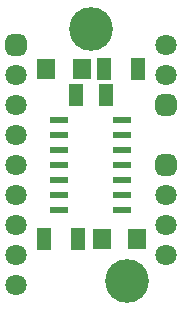
<source format=gts>
G04*
G04 #@! TF.GenerationSoftware,Altium Limited,Altium Designer,25.1.2 (22)*
G04*
G04 Layer_Color=8388736*
%FSLAX25Y25*%
%MOIN*%
G70*
G04*
G04 #@! TF.SameCoordinates,DC056F1D-8049-40C2-8729-A4453FB46455*
G04*
G04*
G04 #@! TF.FilePolarity,Negative*
G04*
G01*
G75*
%ADD15R,0.06102X0.02362*%
%ADD19R,0.05131X0.07493*%
%ADD20R,0.06312X0.07099*%
%ADD21R,0.05131X0.07296*%
%ADD22C,0.07099*%
G04:AMPARAMS|DCode=23|XSize=70.99mil|YSize=70.99mil|CornerRadius=19.75mil|HoleSize=0mil|Usage=FLASHONLY|Rotation=270.000|XOffset=0mil|YOffset=0mil|HoleType=Round|Shape=RoundedRectangle|*
%AMROUNDEDRECTD23*
21,1,0.07099,0.03150,0,0,270.0*
21,1,0.03150,0.07099,0,0,270.0*
1,1,0.03950,-0.01575,-0.01575*
1,1,0.03950,-0.01575,0.01575*
1,1,0.03950,0.01575,0.01575*
1,1,0.03950,0.01575,-0.01575*
%
%ADD23ROUNDEDRECTD23*%
%ADD24C,0.14580*%
D15*
X379740Y319500D02*
D03*
Y314500D02*
D03*
Y309500D02*
D03*
Y304500D02*
D03*
Y299500D02*
D03*
Y294500D02*
D03*
Y289500D02*
D03*
X401000D02*
D03*
Y294500D02*
D03*
Y299500D02*
D03*
Y304500D02*
D03*
Y309500D02*
D03*
Y314500D02*
D03*
Y319500D02*
D03*
D19*
X395618Y328000D02*
D03*
X385382D02*
D03*
D20*
X394094Y280000D02*
D03*
X405905D02*
D03*
X387405Y336500D02*
D03*
X375594D02*
D03*
D21*
X386110Y280000D02*
D03*
X374890D02*
D03*
X394890Y336500D02*
D03*
X406110D02*
D03*
D22*
X365500Y294500D02*
D03*
Y314500D02*
D03*
Y334500D02*
D03*
Y324500D02*
D03*
Y304500D02*
D03*
Y284500D02*
D03*
Y274500D02*
D03*
Y264500D02*
D03*
X415500Y334500D02*
D03*
Y344500D02*
D03*
Y294500D02*
D03*
Y284500D02*
D03*
Y274500D02*
D03*
D23*
X365500Y344500D02*
D03*
X415500Y324500D02*
D03*
Y304500D02*
D03*
D24*
X390500Y350000D02*
D03*
X402500Y266000D02*
D03*
M02*

</source>
